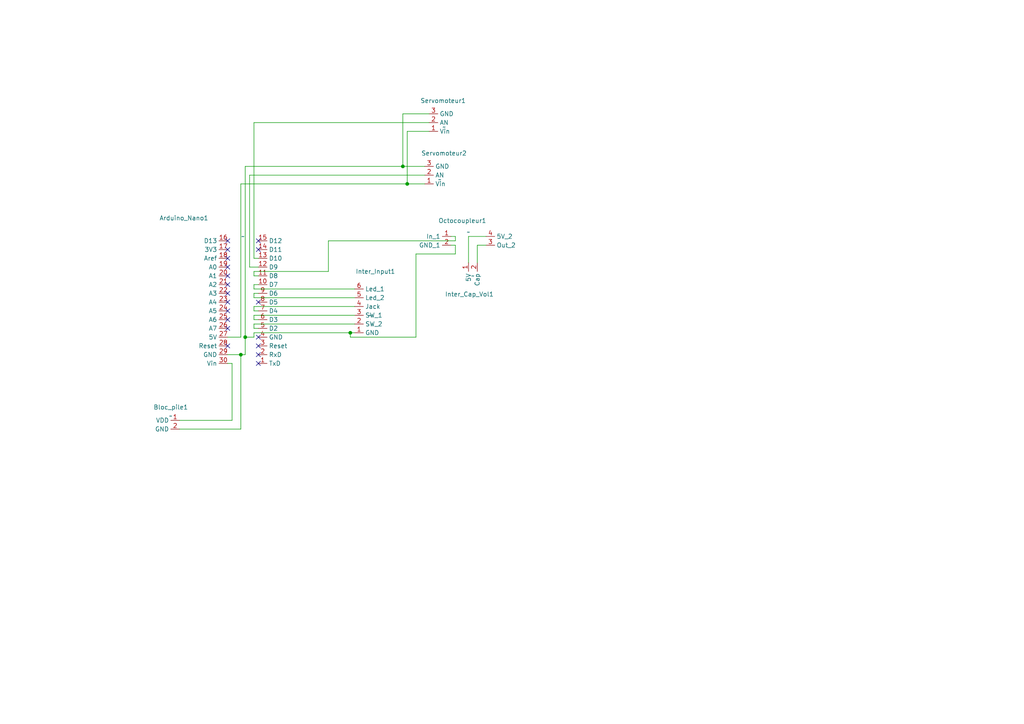
<source format=kicad_sch>
(kicad_sch (version 20231120) (generator "eeschema") (generator_version "8.0")
  (paper "A4")
  (title_block (title "INSARIANNE1 Haute - v3") (date "2024-05-09") (rev "C.Roche") (company "INS'AERO - PÔLE TECHNIQUE - INSA CVL") (comment 1 "Projet C'Space 2024") (comment 2 "INSARIANNE1") (comment 3 "Schéma Electronique Carte Haute"))
  (lib_symbols
    (symbol "INSARIANNE_Lib:Arduino_Nano"
      (property "Reference" "Arduino_Nano" (at 0 0 0))
      (symbol "Arduino_Nano_1_1"
        (pin bidirectional line (at -5.08 39.37 180) (length 2.54) (name "TxD") (number "1"))
        (pin bidirectional line (at -5.08 16.51 180) (length 2.54) (name "D7") (number "10"))
        (pin bidirectional line (at -5.08 13.97 180) (length 2.54) (name "D8") (number "11"))
        (pin bidirectional line (at -5.08 11.43 180) (length 2.54) (name "D9") (number "12"))
        (pin bidirectional line (at -5.08 8.89 180) (length 2.54) (name "D10") (number "13"))
        (pin bidirectional line (at -5.08 6.35 180) (length 2.54) (name "D11") (number "14"))
        (pin bidirectional line (at -5.08 3.81 180) (length 2.54) (name "D12") (number "15"))
        (pin bidirectional line (at 3.81 3.81 0) (length 2.54) (name "D13") (number "16"))
        (pin bidirectional line (at 3.81 6.35 0) (length 2.54) (name "3V3") (number "17"))
        (pin bidirectional line (at 3.81 8.89 0) (length 2.54) (name "Aref") (number "18"))
        (pin bidirectional line (at 3.81 11.43 0) (length 2.54) (name "A0") (number "19"))
        (pin bidirectional line (at -5.08 36.83 180) (length 2.54) (name "RxD") (number "2"))
        (pin bidirectional line (at 3.81 13.97 0) (length 2.54) (name "A1") (number "20"))
        (pin bidirectional line (at 3.81 16.51 0) (length 2.54) (name "A2") (number "21"))
        (pin bidirectional line (at 3.81 19.05 0) (length 2.54) (name "A3") (number "22"))
        (pin bidirectional line (at 3.81 21.59 0) (length 2.54) (name "A4") (number "23"))
        (pin bidirectional line (at 3.81 24.13 0) (length 2.54) (name "A5") (number "24"))
        (pin bidirectional line (at 3.81 26.67 0) (length 2.54) (name "A6") (number "25"))
        (pin bidirectional line (at 3.81 29.21 0) (length 2.54) (name "A7") (number "26"))
        (pin bidirectional line (at 3.81 31.75 0) (length 2.54) (name "5V") (number "27"))
        (pin bidirectional line (at 3.81 34.29 0) (length 2.54) (name "Reset") (number "28"))
        (pin bidirectional line (at 3.81 36.83 0) (length 2.54) (name "GND") (number "29"))
        (pin bidirectional line (at -5.08 34.29 180) (length 2.54) (name "Reset") (number "3"))
        (pin bidirectional line (at 3.81 39.37 0) (length 2.54) (name "Vin") (number "30"))
        (pin bidirectional line (at -5.08 31.75 180) (length 2.54) (name "GND") (number "4"))
        (pin bidirectional line (at -5.08 29.21 180) (length 2.54) (name "D2") (number "5"))
        (pin bidirectional line (at -5.08 26.67 180) (length 2.54) (name "D3") (number "6"))
        (pin bidirectional line (at -5.08 24.13 180) (length 2.54) (name "D4") (number "7"))
        (pin bidirectional line (at -5.08 21.59 180) (length 2.54) (name "D5") (number "8"))
        (pin bidirectional line (at -5.08 19.05 180) (length 2.54) (name "D6") (number "9"))
      )
    )
    (symbol "INSARIANNE_Lib:Bloc_pile"
      (property "Reference" "Bloc_pile" (at 0 0 0))
      (symbol "Bloc_pile_1_1"
        (pin bidirectional line (at 0 7.62 180) (length 2.54) (name "VDD") (number "1"))
        (pin bidirectional line (at 0 5.08 180) (length 2.54) (name "GND") (number "2"))
      )
    )
    (symbol "INSARIANNE_Lib:Interface_Cap_Vol"
      (property "Reference" "Inter_Cap_Vol" (at 0 0 0))
      (symbol "Interface_Cap_Vol_1_1"
        (pin bidirectional line (at 0 3.81 0) (length 2.54) (name "5V") (number "1"))
        (pin bidirectional line (at 0 6.35 0) (length 2.54) (name "Cap") (number "2"))
      )
    )
    (symbol "INSARIANNE_Lib:Interface_input"
      (property "Reference" "Inter_Input" (at 0 0 0))
      (symbol "Interface_input_1_1"
        (pin bidirectional line (at 0 5.08 0) (length 2.54) (name "GND") (number "1"))
        (pin bidirectional line (at 0 7.62 0) (length 2.54) (name "SW_2") (number "2"))
        (pin bidirectional line (at 0 10.16 0) (length 2.54) (name "SW_1") (number "3"))
        (pin bidirectional line (at 0 12.7 0) (length 2.54) (name "Jack") (number "4"))
        (pin bidirectional line (at 0 15.24 0) (length 2.54) (name "Led_2") (number "5"))
        (pin bidirectional line (at 0 17.78 0) (length 2.54) (name "Led_1") (number "6"))
      )
    )
    (symbol "INSARIANNE_Lib:Octocoupleur"
      (property "Reference" "Octocoupleur" (at 0 0 0))
      (symbol "Octocoupleur_1_1"
        (pin bidirectional line (at 5.08 3.81 0) (length 2.54) (name "In_1") (number "1"))
        (pin bidirectional line (at 5.08 6.35 0) (length 2.54) (name "GND_1") (number "2"))
        (pin bidirectional line (at -5.08 6.35 180) (length 2.54) (name "Out_2") (number "3"))
        (pin bidirectional line (at -5.08 3.81 180) (length 2.54) (name "5V_2") (number "4"))
      )
    )
    (symbol "INSARIANNE_Lib:Servomoteur"
      (property "Reference" "Servomoteur" (at 0 0 0))
      (symbol "Servomoteur_1_1"
        (pin bidirectional line (at 0 10.16 180) (length 2.54) (name "Vin") (number "1"))
        (pin bidirectional line (at 0 7.62 180) (length 2.54) (name "AN") (number "2"))
        (pin bidirectional line (at 0 5.08 180) (length 2.54) (name "GND") (number "3"))
      )
    )
  )
  (junction (at 116.84 48.26))
  (junction (at 71.12 97.79))
  (junction (at 118.11 53.34))
  (junction (at 101.6 96.52))
  (junction (at 69.85 102.87))
  (no_connect (at 66.04 100.33))
  (no_connect (at 66.04 92.71))
  (no_connect (at 66.04 77.47))
  (no_connect (at 74.93 105.41))
  (no_connect (at 74.93 69.85))
  (no_connect (at 74.93 97.79))
  (no_connect (at 74.93 100.33))
  (no_connect (at 66.04 80.01))
  (no_connect (at 66.04 85.09))
  (no_connect (at 74.93 87.63))
  (no_connect (at 66.04 69.85))
  (no_connect (at 66.04 90.17))
  (no_connect (at 66.04 87.63))
  (no_connect (at 74.93 72.39))
  (no_connect (at 74.93 102.87))
  (no_connect (at 66.04 82.55))
  (no_connect (at 66.04 74.93))
  (no_connect (at 66.04 95.25))
  (no_connect (at 66.04 72.39))
  (wire (pts (xy 74.93 95.25) (xy 73.66 95.25)))
  (wire (pts (xy 95.25 78.74) (xy 73.66 78.74)))
  (wire (pts (xy 132.08 68.58) (xy 132.08 69.85)))
  (wire (pts (xy 73.66 97.79) (xy 71.12 97.79)))
  (wire (pts (xy 67.31 121.92) (xy 52.07 121.92)))
  (wire (pts (xy 72.39 50.8) (xy 123.19 50.8)))
  (wire (pts (xy 74.93 85.09) (xy 73.66 85.09)))
  (wire (pts (xy 74.93 90.17) (xy 73.66 90.17)))
  (wire (pts (xy 116.84 33.02) (xy 116.84 48.26)))
  (wire (pts (xy 132.08 73.66) (xy 120.65 73.66)))
  (wire (pts (xy 124.46 33.02) (xy 116.84 33.02)))
  (wire (pts (xy 120.65 97.79) (xy 101.6 97.79)))
  (wire (pts (xy 73.66 92.71) (xy 73.66 91.44)))
  (wire (pts (xy 120.65 73.66) (xy 120.65 97.79)))
  (wire (pts (xy 73.66 80.01) (xy 74.93 80.01)))
  (wire (pts (xy 73.66 74.93) (xy 73.66 35.56)))
  (wire (pts (xy 69.85 124.46) (xy 69.85 102.87)))
  (wire (pts (xy 130.81 71.12) (xy 132.08 71.12)))
  (wire (pts (xy 73.66 86.36) (xy 73.66 85.09)))
  (wire (pts (xy 95.25 69.85) (xy 95.25 78.74)))
  (wire (pts (xy 101.6 96.52) (xy 73.66 96.52)))
  (wire (pts (xy 130.81 68.58) (xy 132.08 68.58)))
  (wire (pts (xy 71.12 48.26) (xy 116.84 48.26)))
  (wire (pts (xy 74.93 82.55) (xy 73.66 82.55)))
  (wire (pts (xy 52.07 124.46) (xy 69.85 124.46)))
  (wire (pts (xy 71.12 97.79) (xy 71.12 48.26)))
  (wire (pts (xy 73.66 78.74) (xy 73.66 80.01)))
  (wire (pts (xy 140.97 68.58) (xy 135.89 68.58)))
  (wire (pts (xy 71.12 102.87) (xy 69.85 102.87)))
  (wire (pts (xy 116.84 48.26) (xy 123.19 48.26)))
  (wire (pts (xy 66.04 97.79) (xy 69.85 97.79)))
  (wire (pts (xy 118.11 38.1) (xy 118.11 53.34)))
  (wire (pts (xy 73.66 96.52) (xy 73.66 97.79)))
  (wire (pts (xy 69.85 53.34) (xy 69.85 97.79)))
  (wire (pts (xy 67.31 105.41) (xy 67.31 121.92)))
  (wire (pts (xy 138.43 71.12) (xy 138.43 76.2)))
  (wire (pts (xy 73.66 90.17) (xy 73.66 88.9)))
  (wire (pts (xy 74.93 92.71) (xy 73.66 92.71)))
  (wire (pts (xy 135.89 68.58) (xy 135.89 76.2)))
  (wire (pts (xy 73.66 91.44) (xy 102.87 91.44)))
  (wire (pts (xy 69.85 53.34) (xy 118.11 53.34)))
  (wire (pts (xy 74.93 77.47) (xy 72.39 77.47)))
  (wire (pts (xy 73.66 83.82) (xy 73.66 82.55)))
  (wire (pts (xy 73.66 35.56) (xy 124.46 35.56)))
  (wire (pts (xy 102.87 96.52) (xy 101.6 96.52)))
  (wire (pts (xy 118.11 53.34) (xy 123.19 53.34)))
  (wire (pts (xy 67.31 105.41) (xy 66.04 105.41)))
  (wire (pts (xy 124.46 38.1) (xy 118.11 38.1)))
  (wire (pts (xy 132.08 69.85) (xy 95.25 69.85)))
  (wire (pts (xy 73.66 93.98) (xy 102.87 93.98)))
  (wire (pts (xy 69.85 102.87) (xy 66.04 102.87)))
  (wire (pts (xy 73.66 74.93) (xy 74.93 74.93)))
  (wire (pts (xy 72.39 77.47) (xy 72.39 50.8)))
  (wire (pts (xy 132.08 71.12) (xy 132.08 73.66)))
  (wire (pts (xy 140.97 71.12) (xy 138.43 71.12)))
  (wire (pts (xy 73.66 86.36) (xy 102.87 86.36)))
  (wire (pts (xy 73.66 83.82) (xy 102.87 83.82)))
  (wire (pts (xy 101.6 97.79) (xy 101.6 96.52)))
  (wire (pts (xy 73.66 95.25) (xy 73.66 93.98)))
  (wire (pts (xy 71.12 97.79) (xy 71.12 102.87)))
  (wire (pts (xy 73.66 88.9) (xy 102.87 88.9)))
  (symbol (lib_id "INSARIANNE_Lib:Arduino_Nano") (at 69.85 66.04 180) (unit 1)
    (property "Reference" "Arduino_Nano1" (at 53.34 63.246 0))
    (property "Value" "~" (at 70.485 68.58 0))
    (property "Footprint" "INSARIANNE_Lib:Arduino_Nano" (effects (hide yes)))
  )
  (symbol (lib_id "INSARIANNE_Lib:Servomoteur") (at 123.19 43.18 180) (unit 1)
    (property "Reference" "Servomoteur2" (at 122.174 44.45 0) (effects (justify right)))
    (property "Value" "~" (at 127 52.07 0) (effects (justify right)))
    (property "Footprint" "Connector_PinHeader_2.54mm:PinHeader_1x03_P2.54mm_Vertical" (effects (hide yes)))
  )
  (symbol (lib_id "INSARIANNE_Lib:Interface_input") (at 102.87 101.6 0) (unit 1)
    (property "Reference" "Inter_Input1" (at 103.124 78.74 0) (effects (justify left)))
    (property "Value" "~" (at 106.68 91.44 0) (effects (justify left)))
    (property "Footprint" "Connector_PinHeader_2.54mm:PinHeader_1x06_P2.54mm_Vertical" (effects (hide yes)))
  )
  (symbol (lib_id "INSARIANNE_Lib:Servomoteur") (at 124.46 27.94 180) (unit 1)
    (property "Reference" "Servomoteur1" (at 121.92 29.21 0) (effects (justify right)))
    (property "Value" "~" (at 128.27 36.83 0) (effects (justify right)))
    (property "Footprint" "Connector_PinHeader_2.54mm:PinHeader_1x03_P2.54mm_Vertical" (effects (hide yes)))
  )
  (symbol (lib_id "INSARIANNE_Lib:Bloc_pile") (at 52.07 129.54 0) (unit 1)
    (property "Reference" "Bloc_pile1" (at 49.53 118.11 0))
    (property "Value" "~" (at 49.53 120.65 0))
    (property "Footprint" "Connector_PinHeader_2.54mm:PinHeader_1x02_P2.54mm_Vertical" (effects (hide yes)))
  )
  (symbol (lib_id "INSARIANNE_Lib:Octocoupleur") (at 135.89 64.77 180) (unit 1)
    (property "Reference" "Octocoupleur1" (at 134.112 64.008 0))
    (property "Value" "~" (at 135.89 67.31 0))
    (property "Footprint" "INSARIANNE_Lib:Octocoupleur" (effects (hide yes)))
  )
  (symbol (lib_id "INSARIANNE_Lib:Interface_Cap_Vol") (at 132.08 76.2 270) (unit 1)
    (property "Reference" "Inter_Cap_Vol1" (at 136.144 85.344 90))
    (property "Value" "~" (at 137.16 80.01 90))
    (property "Footprint" "Connector_PinHeader_2.54mm:PinHeader_1x02_P2.54mm_Vertical" (effects (hide yes)))
  )
)
</source>
